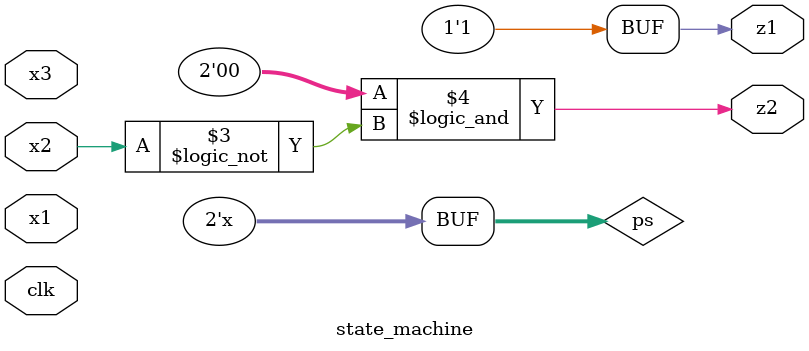
<source format=v>

module  state_machine(
    input   wire        clk,
    output  wire        z1, z2,
    input   wire        x1, x2, x3
);
    reg[1:0] ps; // represents current state
    reg[1:0] ns; // represents next state
    
    localparam[1:0]
        s0 = 0, s1 = 1, s2 = 2;
    
    assign z1 = s1 || s2 || (s0 && x2);
    assign z2 = (s0 && !x2);
    assign z3 = s0 && x2 && x1;
    
    always @(clk) begin
        if(!clk) ps <= ns;
        else 
        case(ps)
            s0: ns <= 
                x2  
                ?   x1
                    ?   s2
                    :   x3 
                        ? s2
                        : s1
                : s1;
                
            s1: ns <=
                x2
                ? s2
                : s1;
                
            s2: ns <=
                x1
                ? s0
                : s1;
            default:
                ns <= s0;
        endcase
    end
endmodule
</source>
